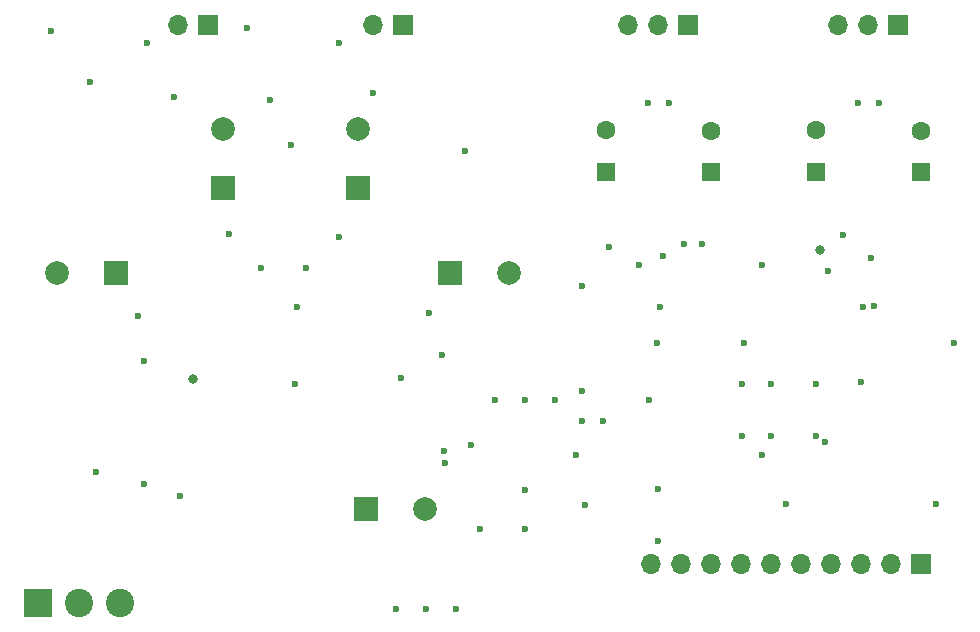
<source format=gbs>
G04 #@! TF.GenerationSoftware,KiCad,Pcbnew,8.0.3*
G04 #@! TF.CreationDate,2024-07-30T18:49:54+02:00*
G04 #@! TF.ProjectId,CODEC Dev Board,434f4445-4320-4446-9576-20426f617264,rev?*
G04 #@! TF.SameCoordinates,Original*
G04 #@! TF.FileFunction,Soldermask,Bot*
G04 #@! TF.FilePolarity,Negative*
%FSLAX46Y46*%
G04 Gerber Fmt 4.6, Leading zero omitted, Abs format (unit mm)*
G04 Created by KiCad (PCBNEW 8.0.3) date 2024-07-30 18:49:54*
%MOMM*%
%LPD*%
G01*
G04 APERTURE LIST*
%ADD10R,1.600000X1.600000*%
%ADD11C,1.600000*%
%ADD12R,1.700000X1.700000*%
%ADD13O,1.700000X1.700000*%
%ADD14R,2.000000X2.000000*%
%ADD15C,2.000000*%
%ADD16R,2.400000X2.400000*%
%ADD17C,2.400000*%
%ADD18C,0.800000*%
%ADD19C,0.600000*%
G04 APERTURE END LIST*
D10*
X157480000Y-95067000D03*
D11*
X157480000Y-91567000D03*
D10*
X148590000Y-95124651D03*
D11*
X148590000Y-91624651D03*
D12*
X106045000Y-82677000D03*
D13*
X103505000Y-82677000D03*
D14*
X107315000Y-96474677D03*
D15*
X107315000Y-91474677D03*
D10*
X139700000Y-95067000D03*
D11*
X139700000Y-91567000D03*
D14*
X126537323Y-103632000D03*
D15*
X131537323Y-103632000D03*
D10*
X166370000Y-95124651D03*
D11*
X166370000Y-91624651D03*
D14*
X118745000Y-96474677D03*
D15*
X118745000Y-91474677D03*
D12*
X122560000Y-82677000D03*
D13*
X120020000Y-82677000D03*
D14*
X119399323Y-123639500D03*
D15*
X124399323Y-123639500D03*
D12*
X164465000Y-82677000D03*
D13*
X161925000Y-82677000D03*
X159385000Y-82677000D03*
D16*
X91597000Y-131572000D03*
D17*
X95097000Y-131572000D03*
X98597000Y-131572000D03*
D12*
X166370000Y-128270000D03*
D13*
X163830000Y-128270000D03*
X161290000Y-128270000D03*
X158750000Y-128270000D03*
X156210000Y-128270000D03*
X153670000Y-128270000D03*
X151130000Y-128270000D03*
X148590000Y-128270000D03*
X146050000Y-128270000D03*
X143510000Y-128270000D03*
D12*
X146685000Y-82677000D03*
D13*
X144145000Y-82677000D03*
X141605000Y-82677000D03*
D15*
X93252677Y-103632000D03*
D14*
X98252677Y-103632000D03*
D18*
X104756969Y-112650895D03*
X157861000Y-101727000D03*
D19*
X151257000Y-117475000D03*
X151257000Y-113030000D03*
X157480000Y-117475000D03*
X153670000Y-117475000D03*
X153670000Y-113030000D03*
X157480000Y-113030000D03*
X167640000Y-123190000D03*
X154970000Y-123190000D03*
X144145000Y-121920000D03*
X144145000Y-126365000D03*
X121920000Y-132080000D03*
X124460000Y-132080000D03*
X127000000Y-132080000D03*
X158496000Y-103505000D03*
X158242000Y-117983000D03*
X132842000Y-114427000D03*
X139446000Y-116205000D03*
X161036000Y-89281000D03*
X113432500Y-113008500D03*
X114300000Y-103251000D03*
X135382000Y-114427000D03*
X144018000Y-109601000D03*
X103124000Y-88773000D03*
X117094000Y-84201000D03*
X92710000Y-83185000D03*
X107823000Y-100330000D03*
X132842000Y-125349000D03*
X120015000Y-88392000D03*
X129032000Y-125349000D03*
X145034000Y-89281000D03*
X139954000Y-101473000D03*
X151384000Y-109601000D03*
X161515343Y-106567328D03*
X132842000Y-122047000D03*
X169164000Y-109601000D03*
X130302000Y-114427000D03*
X117094000Y-100584000D03*
X122372500Y-112522000D03*
X162814000Y-89281000D03*
X143256000Y-89281000D03*
X110490000Y-103251000D03*
X109347000Y-82931000D03*
X137922000Y-123317000D03*
X113538000Y-106553000D03*
X100838000Y-84201000D03*
X162179000Y-102362000D03*
X162422000Y-106415000D03*
X152908000Y-119091000D03*
X152908000Y-102997000D03*
X161290000Y-112903000D03*
X159766000Y-100457000D03*
X137668000Y-116205000D03*
X137160000Y-119041000D03*
X137668000Y-113665000D03*
X137668000Y-104775000D03*
X144526000Y-102235000D03*
X144272000Y-106553000D03*
X142494000Y-102997000D03*
X143381491Y-114427000D03*
X128270000Y-118237000D03*
X111252000Y-89027000D03*
X113030000Y-92837000D03*
X127762000Y-93345000D03*
X96520000Y-120523000D03*
X96012000Y-87503000D03*
X125984000Y-118745000D03*
X125814000Y-110617000D03*
X124714000Y-107061000D03*
X126111000Y-119729500D03*
X100584000Y-121539000D03*
X100584000Y-111125000D03*
X103632000Y-122504500D03*
X100076000Y-107315000D03*
X146304000Y-101219000D03*
X147828000Y-101219000D03*
M02*

</source>
